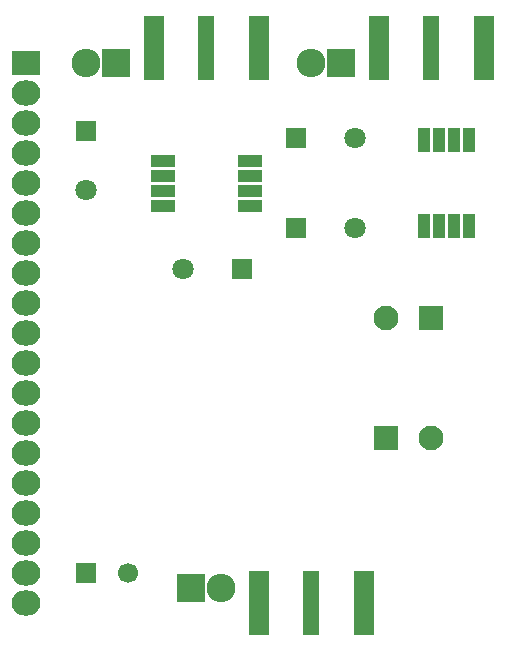
<source format=gts>
G04 #@! TF.FileFunction,Soldermask,Top*
%FSLAX46Y46*%
G04 Gerber Fmt 4.6, Leading zero omitted, Abs format (unit mm)*
G04 Created by KiCad (PCBNEW 4.0.4+e1-6308~48~ubuntu16.04.1-stable) date Fri Nov  4 19:46:32 2016*
%MOMM*%
%LPD*%
G01*
G04 APERTURE LIST*
%ADD10C,0.100000*%
%ADD11R,1.800000X1.800000*%
%ADD12C,1.800000*%
%ADD13R,1.670000X5.480000*%
%ADD14R,1.416000X5.480000*%
%ADD15R,2.100000X1.050000*%
%ADD16R,1.050000X2.100000*%
%ADD17C,1.700000*%
%ADD18R,1.700000X1.700000*%
%ADD19R,2.432000X2.432000*%
%ADD20O,2.432000X2.432000*%
%ADD21R,2.432000X2.127200*%
%ADD22O,2.432000X2.127200*%
%ADD23C,2.099260*%
%ADD24R,2.099260X2.099260*%
G04 APERTURE END LIST*
D10*
D11*
X64770000Y-88265000D03*
D12*
X64770000Y-93265000D03*
D11*
X82550000Y-88900000D03*
D12*
X87550000Y-88900000D03*
D11*
X82550000Y-96520000D03*
D12*
X87550000Y-96520000D03*
D13*
X79375000Y-128270000D03*
X88265000Y-128270000D03*
D14*
X83820000Y-128270000D03*
D13*
X79375000Y-81280000D03*
X70485000Y-81280000D03*
D14*
X74930000Y-81280000D03*
D13*
X98425000Y-81280000D03*
X89535000Y-81280000D03*
D14*
X93980000Y-81280000D03*
D15*
X71280000Y-90805000D03*
X71280000Y-92075000D03*
X71280000Y-93345000D03*
X71280000Y-94615000D03*
X78580000Y-94615000D03*
X78580000Y-93345000D03*
X78580000Y-92075000D03*
X78580000Y-90805000D03*
D16*
X97155000Y-89060000D03*
X95885000Y-89060000D03*
X94615000Y-89060000D03*
X93345000Y-89060000D03*
X93345000Y-96360000D03*
X94615000Y-96360000D03*
X95885000Y-96360000D03*
X97155000Y-96360000D03*
D17*
X68270000Y-125730000D03*
D18*
X64770000Y-125730000D03*
D19*
X73660000Y-127000000D03*
D20*
X76200000Y-127000000D03*
D19*
X67310000Y-82550000D03*
D20*
X64770000Y-82550000D03*
D19*
X86360000Y-82550000D03*
D20*
X83820000Y-82550000D03*
D11*
X77978000Y-99949000D03*
D12*
X72978000Y-99949000D03*
D21*
X59690000Y-82550000D03*
D22*
X59690000Y-85090000D03*
X59690000Y-87630000D03*
X59690000Y-90170000D03*
X59690000Y-92710000D03*
X59690000Y-95250000D03*
X59690000Y-97790000D03*
X59690000Y-100330000D03*
X59690000Y-102870000D03*
X59690000Y-105410000D03*
X59690000Y-107950000D03*
X59690000Y-110490000D03*
X59690000Y-113030000D03*
X59690000Y-115570000D03*
X59690000Y-118110000D03*
X59690000Y-120650000D03*
X59690000Y-123190000D03*
X59690000Y-125730000D03*
X59690000Y-128270000D03*
D23*
X90167460Y-104139480D03*
D24*
X90167460Y-114299480D03*
D23*
X93982540Y-114300520D03*
D24*
X93982540Y-104140520D03*
M02*

</source>
